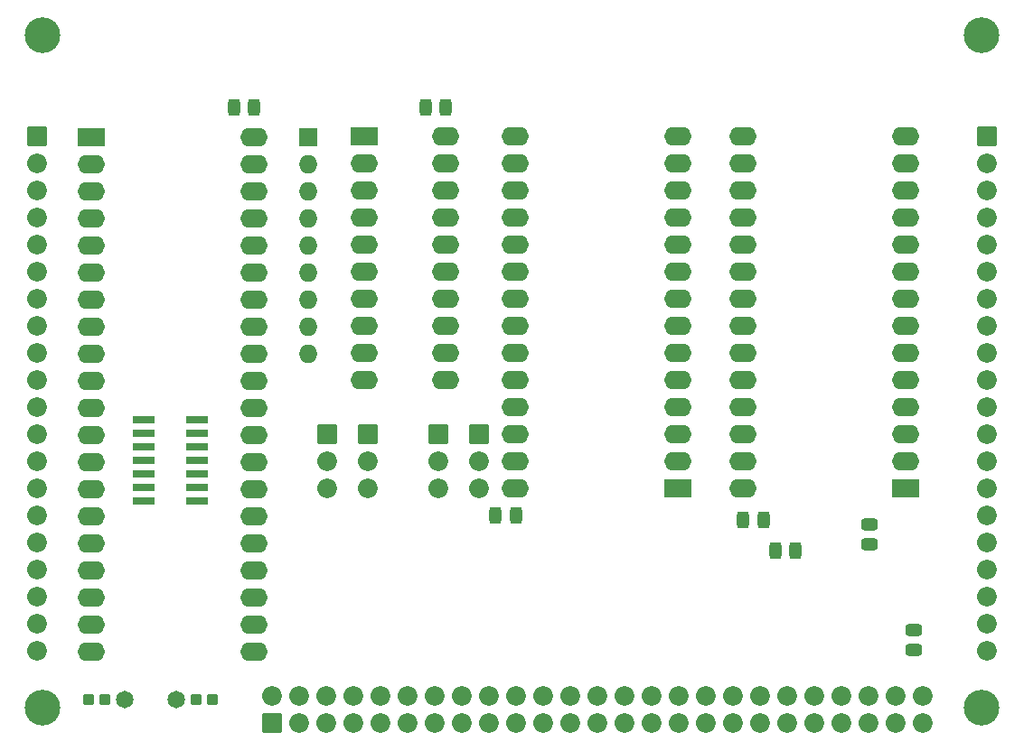
<source format=gbr>
%TF.GenerationSoftware,KiCad,Pcbnew,7.0.7*%
%TF.CreationDate,2023-10-02T10:19:24+01:00*%
%TF.ProjectId,8052-MCU,38303532-2d4d-4435-952e-6b696361645f,0.1*%
%TF.SameCoordinates,Original*%
%TF.FileFunction,Soldermask,Bot*%
%TF.FilePolarity,Negative*%
%FSLAX46Y46*%
G04 Gerber Fmt 4.6, Leading zero omitted, Abs format (unit mm)*
G04 Created by KiCad (PCBNEW 7.0.7) date 2023-10-02 10:19:24*
%MOMM*%
%LPD*%
G01*
G04 APERTURE LIST*
G04 Aperture macros list*
%AMRoundRect*
0 Rectangle with rounded corners*
0 $1 Rounding radius*
0 $2 $3 $4 $5 $6 $7 $8 $9 X,Y pos of 4 corners*
0 Add a 4 corners polygon primitive as box body*
4,1,4,$2,$3,$4,$5,$6,$7,$8,$9,$2,$3,0*
0 Add four circle primitives for the rounded corners*
1,1,$1+$1,$2,$3*
1,1,$1+$1,$4,$5*
1,1,$1+$1,$6,$7*
1,1,$1+$1,$8,$9*
0 Add four rect primitives between the rounded corners*
20,1,$1+$1,$2,$3,$4,$5,0*
20,1,$1+$1,$4,$5,$6,$7,0*
20,1,$1+$1,$6,$7,$8,$9,0*
20,1,$1+$1,$8,$9,$2,$3,0*%
G04 Aperture macros list end*
%ADD10RoundRect,0.075000X-1.200000X-0.800000X1.200000X-0.800000X1.200000X0.800000X-1.200000X0.800000X0*%
%ADD11O,2.550000X1.750000*%
%ADD12C,3.350000*%
%ADD13RoundRect,0.075000X-0.850000X-0.850000X0.850000X-0.850000X0.850000X0.850000X-0.850000X0.850000X0*%
%ADD14O,1.850000X1.850000*%
%ADD15RoundRect,0.075000X1.200000X0.800000X-1.200000X0.800000X-1.200000X-0.800000X1.200000X-0.800000X0*%
%ADD16RoundRect,0.075000X0.850000X-0.850000X0.850000X0.850000X-0.850000X0.850000X-0.850000X-0.850000X0*%
%ADD17RoundRect,0.075000X-0.800000X0.800000X-0.800000X-0.800000X0.800000X-0.800000X0.800000X0.800000X0*%
%ADD18O,1.750000X1.750000*%
%ADD19C,1.650000*%
%ADD20RoundRect,0.325000X-0.475000X0.250000X-0.475000X-0.250000X0.475000X-0.250000X0.475000X0.250000X0*%
%ADD21RoundRect,0.225000X0.825000X0.150000X-0.825000X0.150000X-0.825000X-0.150000X0.825000X-0.150000X0*%
%ADD22RoundRect,0.325000X0.475000X-0.250000X0.475000X0.250000X-0.475000X0.250000X-0.475000X-0.250000X0*%
%ADD23RoundRect,0.300000X-0.225000X-0.250000X0.225000X-0.250000X0.225000X0.250000X-0.225000X0.250000X0*%
%ADD24RoundRect,0.325000X0.250000X0.475000X-0.250000X0.475000X-0.250000X-0.475000X0.250000X-0.475000X0*%
%ADD25RoundRect,0.300000X0.225000X0.250000X-0.225000X0.250000X-0.225000X-0.250000X0.225000X-0.250000X0*%
%ADD26RoundRect,0.325000X-0.250000X-0.475000X0.250000X-0.475000X0.250000X0.475000X-0.250000X0.475000X0*%
G04 APERTURE END LIST*
D10*
%TO.C,U2*%
X86650000Y-54975000D03*
D11*
X86650000Y-57515000D03*
X86650000Y-60055000D03*
X86650000Y-62595000D03*
X86650000Y-65135000D03*
X86650000Y-67675000D03*
X86650000Y-70215000D03*
X86650000Y-72755000D03*
X86650000Y-75295000D03*
X86650000Y-77835000D03*
X94270000Y-77835000D03*
X94270000Y-75295000D03*
X94270000Y-72755000D03*
X94270000Y-70215000D03*
X94270000Y-67675000D03*
X94270000Y-65135000D03*
X94270000Y-62595000D03*
X94270000Y-60055000D03*
X94270000Y-57515000D03*
X94270000Y-54975000D03*
%TD*%
D12*
%TO.C,H4*%
X144500000Y-108500000D03*
%TD*%
%TO.C,H2*%
X56500000Y-108500000D03*
%TD*%
D13*
%TO.C,JP2*%
X93600000Y-82870000D03*
D14*
X93600000Y-85410000D03*
X93600000Y-87950000D03*
%TD*%
D10*
%TO.C,U1*%
X61100000Y-55000000D03*
D11*
X61100000Y-57540000D03*
X61100000Y-60080000D03*
X61100000Y-62620000D03*
X61100000Y-65160000D03*
X61100000Y-67700000D03*
X61100000Y-70240000D03*
X61100000Y-72780000D03*
X61100000Y-75320000D03*
X61100000Y-77860000D03*
X61100000Y-80400000D03*
X61100000Y-82940000D03*
X61100000Y-85480000D03*
X61100000Y-88020000D03*
X61100000Y-90560000D03*
X61100000Y-93100000D03*
X61100000Y-95640000D03*
X61100000Y-98180000D03*
X61100000Y-100720000D03*
X61100000Y-103260000D03*
X76340000Y-103260000D03*
X76340000Y-100720000D03*
X76340000Y-98180000D03*
X76340000Y-95640000D03*
X76340000Y-93100000D03*
X76340000Y-90560000D03*
X76340000Y-88020000D03*
X76340000Y-85480000D03*
X76340000Y-82940000D03*
X76340000Y-80400000D03*
X76340000Y-77860000D03*
X76340000Y-75320000D03*
X76340000Y-72780000D03*
X76340000Y-70240000D03*
X76340000Y-67700000D03*
X76340000Y-65160000D03*
X76340000Y-62620000D03*
X76340000Y-60080000D03*
X76340000Y-57540000D03*
X76340000Y-55000000D03*
%TD*%
D13*
%TO.C,JP4*%
X97400000Y-82870000D03*
D14*
X97400000Y-85410000D03*
X97400000Y-87950000D03*
%TD*%
D15*
%TO.C,U4*%
X137375000Y-87975000D03*
D11*
X137375000Y-85435000D03*
X137375000Y-82895000D03*
X137375000Y-80355000D03*
X137375000Y-77815000D03*
X137375000Y-75275000D03*
X137375000Y-72735000D03*
X137375000Y-70195000D03*
X137375000Y-67655000D03*
X137375000Y-65115000D03*
X137375000Y-62575000D03*
X137375000Y-60035000D03*
X137375000Y-57495000D03*
X137375000Y-54955000D03*
X122135000Y-54955000D03*
X122135000Y-57495000D03*
X122135000Y-60035000D03*
X122135000Y-62575000D03*
X122135000Y-65115000D03*
X122135000Y-67655000D03*
X122135000Y-70195000D03*
X122135000Y-72735000D03*
X122135000Y-75275000D03*
X122135000Y-77815000D03*
X122135000Y-80355000D03*
X122135000Y-82895000D03*
X122135000Y-85435000D03*
X122135000Y-87975000D03*
%TD*%
D13*
%TO.C,J3*%
X145000000Y-54940000D03*
D14*
X145000000Y-57480000D03*
X145000000Y-60020000D03*
X145000000Y-62560000D03*
X145000000Y-65100000D03*
X145000000Y-67640000D03*
X145000000Y-70180000D03*
X145000000Y-72720000D03*
X145000000Y-75260000D03*
X145000000Y-77800000D03*
X145000000Y-80340000D03*
X145000000Y-82880000D03*
X145000000Y-85420000D03*
X145000000Y-87960000D03*
X145000000Y-90500000D03*
X145000000Y-93040000D03*
X145000000Y-95580000D03*
X145000000Y-98120000D03*
X145000000Y-100660000D03*
X145000000Y-103200000D03*
%TD*%
D12*
%TO.C,H1*%
X144500000Y-45500000D03*
%TD*%
D13*
%TO.C,J2*%
X56000000Y-54950000D03*
D14*
X56000000Y-57490000D03*
X56000000Y-60030000D03*
X56000000Y-62570000D03*
X56000000Y-65110000D03*
X56000000Y-67650000D03*
X56000000Y-70190000D03*
X56000000Y-72730000D03*
X56000000Y-75270000D03*
X56000000Y-77810000D03*
X56000000Y-80350000D03*
X56000000Y-82890000D03*
X56000000Y-85430000D03*
X56000000Y-87970000D03*
X56000000Y-90510000D03*
X56000000Y-93050000D03*
X56000000Y-95590000D03*
X56000000Y-98130000D03*
X56000000Y-100670000D03*
X56000000Y-103210000D03*
%TD*%
D16*
%TO.C,J1*%
X78000000Y-110000000D03*
D14*
X78000000Y-107460000D03*
X80540000Y-110000000D03*
X80540000Y-107460000D03*
X83080000Y-110000000D03*
X83080000Y-107460000D03*
X85620000Y-110000000D03*
X85620000Y-107460000D03*
X88160000Y-110000000D03*
X88160000Y-107460000D03*
X90700000Y-110000000D03*
X90700000Y-107460000D03*
X93240000Y-110000000D03*
X93240000Y-107460000D03*
X95780000Y-110000000D03*
X95780000Y-107460000D03*
X98320000Y-110000000D03*
X98320000Y-107460000D03*
X100860000Y-110000000D03*
X100860000Y-107460000D03*
X103400000Y-110000000D03*
X103400000Y-107460000D03*
X105940000Y-110000000D03*
X105940000Y-107460000D03*
X108480000Y-110000000D03*
X108480000Y-107460000D03*
X111020000Y-110000000D03*
X111020000Y-107460000D03*
X113560000Y-110000000D03*
X113560000Y-107460000D03*
X116100000Y-110000000D03*
X116100000Y-107460000D03*
X118640000Y-110000000D03*
X118640000Y-107460000D03*
X121180000Y-110000000D03*
X121180000Y-107460000D03*
X123720000Y-110000000D03*
X123720000Y-107460000D03*
X126260000Y-110000000D03*
X126260000Y-107460000D03*
X128800000Y-110000000D03*
X128800000Y-107460000D03*
X131340000Y-110000000D03*
X131340000Y-107460000D03*
X133880000Y-110000000D03*
X133880000Y-107460000D03*
X136420000Y-110000000D03*
X136420000Y-107460000D03*
X138960000Y-110000000D03*
X138960000Y-107460000D03*
%TD*%
D13*
%TO.C,JP1*%
X87000000Y-82910000D03*
D14*
X87000000Y-85450000D03*
X87000000Y-87990000D03*
%TD*%
D17*
%TO.C,RN1*%
X81400000Y-55025000D03*
D18*
X81400000Y-57565000D03*
X81400000Y-60105000D03*
X81400000Y-62645000D03*
X81400000Y-65185000D03*
X81400000Y-67725000D03*
X81400000Y-70265000D03*
X81400000Y-72805000D03*
X81400000Y-75345000D03*
%TD*%
D15*
%TO.C,U3*%
X116075000Y-87975000D03*
D11*
X116075000Y-85435000D03*
X116075000Y-82895000D03*
X116075000Y-80355000D03*
X116075000Y-77815000D03*
X116075000Y-75275000D03*
X116075000Y-72735000D03*
X116075000Y-70195000D03*
X116075000Y-67655000D03*
X116075000Y-65115000D03*
X116075000Y-62575000D03*
X116075000Y-60035000D03*
X116075000Y-57495000D03*
X116075000Y-54955000D03*
X100835000Y-54955000D03*
X100835000Y-57495000D03*
X100835000Y-60035000D03*
X100835000Y-62575000D03*
X100835000Y-65115000D03*
X100835000Y-67655000D03*
X100835000Y-70195000D03*
X100835000Y-72735000D03*
X100835000Y-75275000D03*
X100835000Y-77815000D03*
X100835000Y-80355000D03*
X100835000Y-82895000D03*
X100835000Y-85435000D03*
X100835000Y-87975000D03*
%TD*%
D13*
%TO.C,JP3*%
X83200000Y-82925000D03*
D14*
X83200000Y-85465000D03*
X83200000Y-88005000D03*
%TD*%
D19*
%TO.C,Y1*%
X69075000Y-107800000D03*
X64195000Y-107800000D03*
%TD*%
D12*
%TO.C,H3*%
X56500000Y-45500000D03*
%TD*%
D20*
%TO.C,C10*%
X134000000Y-91350000D03*
X134000000Y-93250000D03*
%TD*%
D21*
%TO.C,U11*%
X70975000Y-81490000D03*
X70975000Y-82760000D03*
X70975000Y-84030000D03*
X70975000Y-85300000D03*
X70975000Y-86570000D03*
X70975000Y-87840000D03*
X70975000Y-89110000D03*
X66025000Y-89110000D03*
X66025000Y-87840000D03*
X66025000Y-86570000D03*
X66025000Y-85300000D03*
X66025000Y-84030000D03*
X66025000Y-82760000D03*
X66025000Y-81490000D03*
%TD*%
D22*
%TO.C,C11*%
X138100000Y-103150000D03*
X138100000Y-101250000D03*
%TD*%
D23*
%TO.C,C3*%
X60800000Y-107800000D03*
X62350000Y-107800000D03*
%TD*%
D24*
%TO.C,C6*%
X124050000Y-90900000D03*
X122150000Y-90900000D03*
%TD*%
D25*
%TO.C,C4*%
X72450000Y-107800000D03*
X70900000Y-107800000D03*
%TD*%
D26*
%TO.C,C2*%
X92400000Y-52250000D03*
X94300000Y-52250000D03*
%TD*%
%TO.C,C12*%
X125150000Y-93800000D03*
X127050000Y-93800000D03*
%TD*%
%TO.C,C1*%
X74450000Y-52250000D03*
X76350000Y-52250000D03*
%TD*%
%TO.C,C5*%
X98950000Y-90500000D03*
X100850000Y-90500000D03*
%TD*%
M02*

</source>
